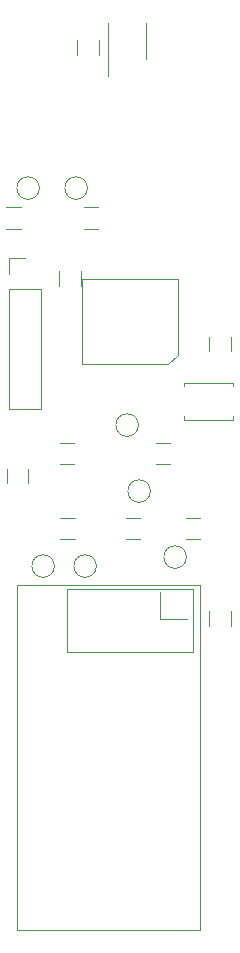
<source format=gbr>
%TF.GenerationSoftware,KiCad,Pcbnew,5.1.6*%
%TF.CreationDate,2020-08-27T20:26:27+01:00*%
%TF.ProjectId,wireless-temperaure-sensor,77697265-6c65-4737-932d-74656d706572,0.2*%
%TF.SameCoordinates,Original*%
%TF.FileFunction,Legend,Top*%
%TF.FilePolarity,Positive*%
%FSLAX46Y46*%
G04 Gerber Fmt 4.6, Leading zero omitted, Abs format (unit mm)*
G04 Created by KiCad (PCBNEW 5.1.6) date 2020-08-27 20:26:27*
%MOMM*%
%LPD*%
G01*
G04 APERTURE LIST*
%ADD10C,0.120000*%
G04 APERTURE END LIST*
D10*
%TO.C,SW1*%
X107802000Y-91140000D02*
X107802000Y-91440000D01*
X103662000Y-94280000D02*
X103662000Y-93980000D01*
X103662000Y-91440000D02*
X103662000Y-91140000D01*
X107802000Y-94280000D02*
X103662000Y-94280000D01*
X107802000Y-93980000D02*
X107802000Y-94280000D01*
X103662000Y-91140000D02*
X107802000Y-91140000D01*
%TO.C,TP7*%
X95438000Y-74676000D02*
G75*
G03*
X95438000Y-74676000I-950000J0D01*
G01*
%TO.C,TP6*%
X91374000Y-74676000D02*
G75*
G03*
X91374000Y-74676000I-950000J0D01*
G01*
%TO.C,CE*%
X103820000Y-105918000D02*
G75*
G03*
X103820000Y-105918000I-950000J0D01*
G01*
%TO.C,CSN*%
X100772000Y-100330000D02*
G75*
G03*
X100772000Y-100330000I-950000J0D01*
G01*
%TO.C,SCK*%
X99756000Y-94742000D02*
G75*
G03*
X99756000Y-94742000I-950000J0D01*
G01*
%TO.C,MISO*%
X96200000Y-106680000D02*
G75*
G03*
X96200000Y-106680000I-950000J0D01*
G01*
%TO.C,MOSI*%
X92644000Y-106680000D02*
G75*
G03*
X92644000Y-106680000I-950000J0D01*
G01*
%TO.C,U2*%
X104394000Y-108585000D02*
X104394000Y-108585000D01*
X93726000Y-108585000D02*
X104394000Y-108585000D01*
X104970000Y-108255000D02*
X104970000Y-108255000D01*
X89520000Y-108255000D02*
X104970000Y-108255000D01*
X89520000Y-137455000D02*
X89520000Y-108255000D01*
X104970000Y-137455000D02*
X89520000Y-137455000D01*
X104970000Y-108255000D02*
X104970000Y-137455000D01*
X101600000Y-108839000D02*
X101600000Y-108839000D01*
X101600000Y-111125000D02*
X101600000Y-108839000D01*
X103886000Y-111125000D02*
X101600000Y-111125000D01*
X93726000Y-108585000D02*
X93726000Y-108585000D01*
X93726000Y-113919000D02*
X93726000Y-108585000D01*
X104394000Y-113919000D02*
X93726000Y-113919000D01*
X104394000Y-108585000D02*
X104394000Y-113919000D01*
%TO.C,U1*%
X103110000Y-82350000D02*
X103110000Y-88800000D01*
X95010000Y-82350000D02*
X103110000Y-82350000D01*
X95010000Y-89600000D02*
X95010000Y-82350000D01*
X102310000Y-89600000D02*
X95010000Y-89600000D01*
X103110000Y-88800000D02*
X102310000Y-89600000D01*
%TO.C,R8*%
X98675436Y-104415000D02*
X99879564Y-104415000D01*
X98675436Y-102595000D02*
X99879564Y-102595000D01*
%TO.C,R7*%
X93087436Y-98065000D02*
X94291564Y-98065000D01*
X93087436Y-96245000D02*
X94291564Y-96245000D01*
%TO.C,R6*%
X93160436Y-104415000D02*
X94364564Y-104415000D01*
X93160436Y-102595000D02*
X94364564Y-102595000D01*
%TO.C,R5*%
X102419564Y-96245000D02*
X101215436Y-96245000D01*
X102419564Y-98065000D02*
X101215436Y-98065000D01*
%TO.C,R4*%
X104959564Y-102595000D02*
X103755436Y-102595000D01*
X104959564Y-104415000D02*
X103755436Y-104415000D01*
%TO.C,R3*%
X88588436Y-78126000D02*
X89792564Y-78126000D01*
X88588436Y-76306000D02*
X89792564Y-76306000D01*
%TO.C,R2*%
X96323564Y-76306000D02*
X95119436Y-76306000D01*
X96323564Y-78126000D02*
X95119436Y-78126000D01*
%TO.C,R1*%
X90445000Y-99662064D02*
X90445000Y-98457936D01*
X88625000Y-99662064D02*
X88625000Y-98457936D01*
%TO.C,C5*%
X96414000Y-63376564D02*
X96414000Y-62172436D01*
X94594000Y-63376564D02*
X94594000Y-62172436D01*
%TO.C,C4*%
X107590000Y-111727064D02*
X107590000Y-110522936D01*
X105770000Y-111727064D02*
X105770000Y-110522936D01*
%TO.C,C3*%
X94890000Y-82934564D02*
X94890000Y-81730436D01*
X93070000Y-82934564D02*
X93070000Y-81730436D01*
%TO.C,C2*%
X105770000Y-87245436D02*
X105770000Y-88449564D01*
X107590000Y-87245436D02*
X107590000Y-88449564D01*
%TO.C,J1*%
X88840000Y-80585000D02*
X90170000Y-80585000D01*
X88840000Y-81915000D02*
X88840000Y-80585000D01*
X88840000Y-83185000D02*
X91500000Y-83185000D01*
X91500000Y-83185000D02*
X91500000Y-93405000D01*
X88840000Y-83185000D02*
X88840000Y-93405000D01*
X88840000Y-93405000D02*
X91500000Y-93405000D01*
%TO.C,U3*%
X97155000Y-62230000D02*
X97155000Y-65155000D01*
X97155000Y-62230000D02*
X97155000Y-60730000D01*
X100375000Y-62230000D02*
X100375000Y-63730000D01*
X100375000Y-62230000D02*
X100375000Y-60730000D01*
%TD*%
M02*

</source>
